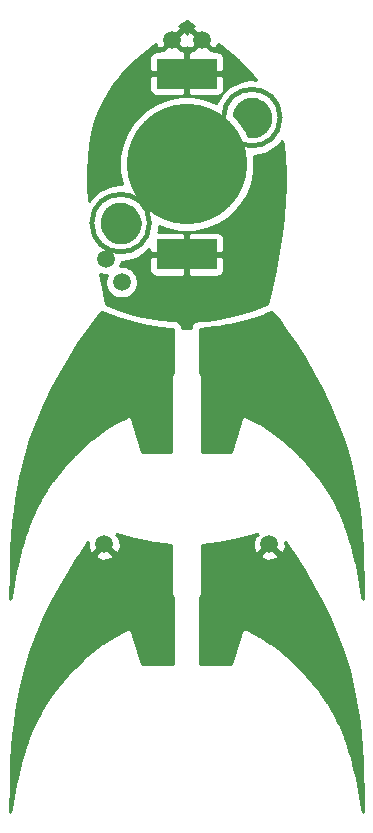
<source format=gbr>
G04 #@! TF.GenerationSoftware,KiCad,Pcbnew,(5.0.0-rc2-198-gb8bbb15aa)*
G04 #@! TF.CreationDate,2018-07-05T00:48:06-05:00*
G04 #@! TF.ProjectId,rocket,726F636B65742E6B696361645F706362,rev?*
G04 #@! TF.SameCoordinates,Original*
G04 #@! TF.FileFunction,Copper,L2,Bot,Signal*
G04 #@! TF.FilePolarity,Positive*
%FSLAX46Y46*%
G04 Gerber Fmt 4.6, Leading zero omitted, Abs format (unit mm)*
G04 Created by KiCad (PCBNEW (5.0.0-rc2-198-gb8bbb15aa)) date 07/05/18 00:48:06*
%MOMM*%
%LPD*%
G01*
G04 APERTURE LIST*
%ADD10C,0.400000*%
G04 #@! TA.AperFunction,Conductor*
%ADD11C,0.100000*%
G04 #@! TD*
G04 #@! TA.AperFunction,ComponentPad*
%ADD12C,1.506220*%
G04 #@! TD*
G04 #@! TA.AperFunction,Conductor*
%ADD13C,0.100000*%
G04 #@! TD*
G04 #@! TA.AperFunction,SMDPad,CuDef*
%ADD14R,5.100000X2.500000*%
G04 #@! TD*
G04 #@! TA.AperFunction,BGAPad,CuDef*
%ADD15C,10.200000*%
G04 #@! TD*
G04 #@! TA.AperFunction,ViaPad*
%ADD16C,0.800000*%
G04 #@! TD*
G04 #@! TA.AperFunction,Conductor*
%ADD17C,0.400000*%
G04 #@! TD*
G04 #@! TA.AperFunction,Conductor*
%ADD18C,0.250000*%
G04 #@! TD*
G04 #@! TA.AperFunction,Conductor*
%ADD19C,0.254000*%
G04 #@! TD*
G04 APERTURE END LIST*
D10*
X7913846Y-9070000D02*
G75*
G03X7913846Y-9070000I-2393846J0D01*
G01*
X-3151783Y-18000000D02*
G75*
G03X-3151783Y-18000000I-2438217J0D01*
G01*
D11*
G04 #@! TO.N,GND*
G04 #@! TO.C,REF\002A\002A*
X6127000Y-8250000D03*
G04 #@! TD*
G04 #@! TO.N,GND*
G04 #@! TO.C,REF\002A\002A*
X-6000000Y-18250000D03*
G04 #@! TD*
D12*
G04 #@! TO.P,REF\002A\002A,1*
G04 #@! TO.N,Net-(R1-PadP$1)*
X-2750000Y-36000000D03*
G04 #@! TD*
D13*
G04 #@! TO.N,Net-(D1-Pad1)*
G04 #@! TO.C,REF\002A\002A*
G36*
X3163464Y-35248703D02*
X3200017Y-35254125D01*
X3235863Y-35263104D01*
X3270656Y-35275554D01*
X3304062Y-35291353D01*
X3335758Y-35310351D01*
X3365439Y-35332364D01*
X3392820Y-35357180D01*
X3417636Y-35384561D01*
X3439649Y-35414242D01*
X3458647Y-35445938D01*
X3474446Y-35479344D01*
X3486896Y-35514137D01*
X3495875Y-35549983D01*
X3501297Y-35586536D01*
X3503110Y-35623445D01*
X3503110Y-36376555D01*
X3501297Y-36413464D01*
X3495875Y-36450017D01*
X3486896Y-36485863D01*
X3474446Y-36520656D01*
X3458647Y-36554062D01*
X3439649Y-36585758D01*
X3417636Y-36615439D01*
X3392820Y-36642820D01*
X3365439Y-36667636D01*
X3335758Y-36689649D01*
X3304062Y-36708647D01*
X3270656Y-36724446D01*
X3235863Y-36736896D01*
X3200017Y-36745875D01*
X3163464Y-36751297D01*
X3126555Y-36753110D01*
X2373445Y-36753110D01*
X2336536Y-36751297D01*
X2299983Y-36745875D01*
X2264137Y-36736896D01*
X2229344Y-36724446D01*
X2195938Y-36708647D01*
X2164242Y-36689649D01*
X2134561Y-36667636D01*
X2107180Y-36642820D01*
X2082364Y-36615439D01*
X2060351Y-36585758D01*
X2041353Y-36554062D01*
X2025554Y-36520656D01*
X2013104Y-36485863D01*
X2004125Y-36450017D01*
X1998703Y-36413464D01*
X1996890Y-36376555D01*
X1996890Y-35623445D01*
X1998703Y-35586536D01*
X2004125Y-35549983D01*
X2013104Y-35514137D01*
X2025554Y-35479344D01*
X2041353Y-35445938D01*
X2060351Y-35414242D01*
X2082364Y-35384561D01*
X2107180Y-35357180D01*
X2134561Y-35332364D01*
X2164242Y-35310351D01*
X2195938Y-35291353D01*
X2229344Y-35275554D01*
X2264137Y-35263104D01*
X2299983Y-35254125D01*
X2336536Y-35248703D01*
X2373445Y-35246890D01*
X3126555Y-35246890D01*
X3163464Y-35248703D01*
X3163464Y-35248703D01*
G37*
D12*
G04 #@! TD*
G04 #@! TO.P,REF\002A\002A,1*
G04 #@! TO.N,Net-(D1-Pad1)*
X2750000Y-36000000D03*
G04 #@! TO.P,REF\002A\002A,1*
G04 #@! TO.N,Net-(R1-PadP$1)*
X-5500000Y-23000000D03*
G04 #@! TD*
G04 #@! TO.P,REF\002A\002A,1*
G04 #@! TO.N,VCC*
X-6850000Y-21000000D03*
G04 #@! TD*
G04 #@! TO.P,REF\002A\002A,1*
G04 #@! TO.N,Net-(D1-Pad1)*
X6985000Y-45178000D03*
G04 #@! TD*
G04 #@! TO.P,REF\002A\002A,1*
G04 #@! TO.N,Net-(D1-Pad1)*
X-6985000Y-45178000D03*
G04 #@! TD*
G04 #@! TO.P,REF\002A\002A,1*
G04 #@! TO.N,GND*
X1270000Y-2540000D03*
G04 #@! TD*
D14*
G04 #@! TO.P,REF\002A\002A,2*
G04 #@! TO.N,GND*
X0Y-5350000D03*
X0Y-20650000D03*
D15*
G04 #@! TO.P,REF\002A\002A,1*
G04 #@! TO.N,VCC*
X0Y-13000000D03*
G04 #@! TD*
D12*
G04 #@! TO.P,REF\002A\002A,1*
G04 #@! TO.N,GND*
X-1270000Y-2540000D03*
G04 #@! TD*
D16*
G04 #@! TO.N,Net-(R1-PadP$1)*
X-6500000Y-26500000D03*
X-6000000Y-28000000D03*
X-5500000Y-29500000D03*
X-5000000Y-31000000D03*
X-4500000Y-32500000D03*
G04 #@! TO.N,Net-(D1-Pad1)*
X5500000Y-29500000D03*
X5017751Y-31000000D03*
X4517751Y-32500000D03*
X6500000Y-26531082D03*
X6000000Y-28031082D03*
G04 #@! TD*
D17*
G04 #@! TO.N,GND*
X-2023109Y-3293109D02*
X-2633109Y-3293109D01*
X-1270000Y-2540000D02*
X-2023109Y-3293109D01*
X516891Y-3293109D02*
X1270000Y-2540000D01*
X-1270000Y-2540000D02*
X-516891Y-3293109D01*
X-516891Y-3293109D02*
X516891Y-3293109D01*
X2023109Y-3293109D02*
X2993109Y-3293109D01*
X1270000Y-2540000D02*
X2023109Y-3293109D01*
D18*
G04 #@! TO.N,VCC*
X-6850000Y-21000000D02*
X-6540000Y-20280000D01*
G04 #@! TD*
D19*
G04 #@! TO.N,Net-(D1-Pad1)*
G36*
X6011227Y-44383834D02*
X5769965Y-44452207D01*
X5584704Y-44972428D01*
X5612627Y-45523946D01*
X5769965Y-45903793D01*
X6011228Y-45972166D01*
X6805395Y-45178000D01*
X6791252Y-45163858D01*
X6970858Y-44984252D01*
X6985000Y-44998395D01*
X6999142Y-44984252D01*
X7178748Y-45163858D01*
X7164605Y-45178000D01*
X7958772Y-45972166D01*
X8200035Y-45903793D01*
X8385296Y-45383572D01*
X8365849Y-44999463D01*
X8452692Y-45115123D01*
X9158340Y-46158846D01*
X9895124Y-47342401D01*
X10638374Y-48628718D01*
X11363258Y-49984475D01*
X12047369Y-51385957D01*
X12673368Y-52824800D01*
X13229824Y-54309653D01*
X13710245Y-55863904D01*
X14111476Y-57521791D01*
X14432686Y-59326376D01*
X14562530Y-60292954D01*
X14672572Y-61314300D01*
X14762540Y-62393212D01*
X14832488Y-63534431D01*
X14882464Y-64742054D01*
X14912528Y-66019898D01*
X14922707Y-67370457D01*
X14919578Y-67830997D01*
X14886940Y-67622088D01*
X14887009Y-67619145D01*
X14881967Y-67590258D01*
X14877451Y-67561353D01*
X14876440Y-67558595D01*
X14699054Y-66542331D01*
X14699065Y-66539001D01*
X14693528Y-66510674D01*
X14688553Y-66482170D01*
X14687348Y-66479057D01*
X14504332Y-65542706D01*
X14504259Y-65538948D01*
X14498158Y-65511117D01*
X14492697Y-65483178D01*
X14491271Y-65479704D01*
X14302849Y-64620193D01*
X14302660Y-64615987D01*
X14295950Y-64588722D01*
X14289956Y-64561379D01*
X14288275Y-64557533D01*
X14094693Y-63770931D01*
X14094352Y-63766282D01*
X14087012Y-63739719D01*
X14080417Y-63712921D01*
X14078439Y-63708693D01*
X13879963Y-62990426D01*
X13879429Y-62985329D01*
X13871393Y-62959414D01*
X13864172Y-62933281D01*
X13861871Y-62928706D01*
X13658743Y-62273627D01*
X13657979Y-62268125D01*
X13649219Y-62242912D01*
X13641313Y-62217415D01*
X13638664Y-62212532D01*
X13430134Y-61612331D01*
X13428428Y-61603565D01*
X13419582Y-61581958D01*
X13411925Y-61559920D01*
X13407408Y-61552224D01*
X12956545Y-60450986D01*
X12953172Y-60438767D01*
X12944370Y-60421251D01*
X12936944Y-60403112D01*
X12929946Y-60392545D01*
X12457604Y-59452543D01*
X12453417Y-59440878D01*
X12443174Y-59423827D01*
X12434248Y-59406063D01*
X12426634Y-59396292D01*
X11933902Y-58576049D01*
X11929536Y-58566030D01*
X11917355Y-58548503D01*
X11906364Y-58530206D01*
X11899017Y-58522116D01*
X11382038Y-57778227D01*
X11376052Y-57766964D01*
X11363699Y-57751838D01*
X11352558Y-57735808D01*
X11343379Y-57726959D01*
X10189939Y-56314676D01*
X10184095Y-56305266D01*
X10169596Y-56289767D01*
X10156193Y-56273357D01*
X10147661Y-56266321D01*
X9524227Y-55599919D01*
X9519541Y-55593152D01*
X9502239Y-55576415D01*
X9485835Y-55558881D01*
X9479163Y-55554094D01*
X8801760Y-54898833D01*
X8795730Y-54891143D01*
X8778648Y-54876477D01*
X8762484Y-54860841D01*
X8754278Y-54855553D01*
X8008622Y-54215346D01*
X8000952Y-54206852D01*
X7984233Y-54194405D01*
X7968432Y-54180839D01*
X7958469Y-54175226D01*
X7133748Y-53561258D01*
X7124480Y-53552472D01*
X7107956Y-53542057D01*
X7092313Y-53530412D01*
X7080796Y-53524939D01*
X6168259Y-52949796D01*
X6157932Y-52941477D01*
X6141076Y-52932664D01*
X6124987Y-52922523D01*
X6112608Y-52917778D01*
X5091057Y-52383636D01*
X5035252Y-52353718D01*
X5000881Y-52350290D01*
X4967734Y-52340563D01*
X4936779Y-52343896D01*
X4905805Y-52340807D01*
X4872739Y-52350793D01*
X4838394Y-52354491D01*
X4811074Y-52369415D01*
X4781271Y-52378415D01*
X4754541Y-52400297D01*
X4724229Y-52416855D01*
X4704700Y-52441098D01*
X4680610Y-52460818D01*
X4664288Y-52491263D01*
X4642619Y-52518162D01*
X4624797Y-52578897D01*
X3778144Y-55357534D01*
X1127000Y-55357534D01*
X1127000Y-49642678D01*
X1127589Y-49642561D01*
X1235754Y-49570288D01*
X1308027Y-49462123D01*
X1333406Y-49334534D01*
X1327000Y-49302329D01*
X1327000Y-46151772D01*
X6190834Y-46151772D01*
X6259207Y-46393035D01*
X6779428Y-46578296D01*
X7330946Y-46550373D01*
X7710793Y-46393035D01*
X7779166Y-46151772D01*
X6985000Y-45357605D01*
X6190834Y-46151772D01*
X1327000Y-46151772D01*
X1327000Y-45245041D01*
X2649260Y-45110706D01*
X2659123Y-45109232D01*
X2669058Y-45108082D01*
X2679168Y-45106263D01*
X4334693Y-44781436D01*
X4344655Y-44778989D01*
X4354717Y-44776850D01*
X4364611Y-44774087D01*
X5935991Y-44308598D01*
X6011227Y-44383834D01*
X6011227Y-44383834D01*
G37*
X6011227Y-44383834D02*
X5769965Y-44452207D01*
X5584704Y-44972428D01*
X5612627Y-45523946D01*
X5769965Y-45903793D01*
X6011228Y-45972166D01*
X6805395Y-45178000D01*
X6791252Y-45163858D01*
X6970858Y-44984252D01*
X6985000Y-44998395D01*
X6999142Y-44984252D01*
X7178748Y-45163858D01*
X7164605Y-45178000D01*
X7958772Y-45972166D01*
X8200035Y-45903793D01*
X8385296Y-45383572D01*
X8365849Y-44999463D01*
X8452692Y-45115123D01*
X9158340Y-46158846D01*
X9895124Y-47342401D01*
X10638374Y-48628718D01*
X11363258Y-49984475D01*
X12047369Y-51385957D01*
X12673368Y-52824800D01*
X13229824Y-54309653D01*
X13710245Y-55863904D01*
X14111476Y-57521791D01*
X14432686Y-59326376D01*
X14562530Y-60292954D01*
X14672572Y-61314300D01*
X14762540Y-62393212D01*
X14832488Y-63534431D01*
X14882464Y-64742054D01*
X14912528Y-66019898D01*
X14922707Y-67370457D01*
X14919578Y-67830997D01*
X14886940Y-67622088D01*
X14887009Y-67619145D01*
X14881967Y-67590258D01*
X14877451Y-67561353D01*
X14876440Y-67558595D01*
X14699054Y-66542331D01*
X14699065Y-66539001D01*
X14693528Y-66510674D01*
X14688553Y-66482170D01*
X14687348Y-66479057D01*
X14504332Y-65542706D01*
X14504259Y-65538948D01*
X14498158Y-65511117D01*
X14492697Y-65483178D01*
X14491271Y-65479704D01*
X14302849Y-64620193D01*
X14302660Y-64615987D01*
X14295950Y-64588722D01*
X14289956Y-64561379D01*
X14288275Y-64557533D01*
X14094693Y-63770931D01*
X14094352Y-63766282D01*
X14087012Y-63739719D01*
X14080417Y-63712921D01*
X14078439Y-63708693D01*
X13879963Y-62990426D01*
X13879429Y-62985329D01*
X13871393Y-62959414D01*
X13864172Y-62933281D01*
X13861871Y-62928706D01*
X13658743Y-62273627D01*
X13657979Y-62268125D01*
X13649219Y-62242912D01*
X13641313Y-62217415D01*
X13638664Y-62212532D01*
X13430134Y-61612331D01*
X13428428Y-61603565D01*
X13419582Y-61581958D01*
X13411925Y-61559920D01*
X13407408Y-61552224D01*
X12956545Y-60450986D01*
X12953172Y-60438767D01*
X12944370Y-60421251D01*
X12936944Y-60403112D01*
X12929946Y-60392545D01*
X12457604Y-59452543D01*
X12453417Y-59440878D01*
X12443174Y-59423827D01*
X12434248Y-59406063D01*
X12426634Y-59396292D01*
X11933902Y-58576049D01*
X11929536Y-58566030D01*
X11917355Y-58548503D01*
X11906364Y-58530206D01*
X11899017Y-58522116D01*
X11382038Y-57778227D01*
X11376052Y-57766964D01*
X11363699Y-57751838D01*
X11352558Y-57735808D01*
X11343379Y-57726959D01*
X10189939Y-56314676D01*
X10184095Y-56305266D01*
X10169596Y-56289767D01*
X10156193Y-56273357D01*
X10147661Y-56266321D01*
X9524227Y-55599919D01*
X9519541Y-55593152D01*
X9502239Y-55576415D01*
X9485835Y-55558881D01*
X9479163Y-55554094D01*
X8801760Y-54898833D01*
X8795730Y-54891143D01*
X8778648Y-54876477D01*
X8762484Y-54860841D01*
X8754278Y-54855553D01*
X8008622Y-54215346D01*
X8000952Y-54206852D01*
X7984233Y-54194405D01*
X7968432Y-54180839D01*
X7958469Y-54175226D01*
X7133748Y-53561258D01*
X7124480Y-53552472D01*
X7107956Y-53542057D01*
X7092313Y-53530412D01*
X7080796Y-53524939D01*
X6168259Y-52949796D01*
X6157932Y-52941477D01*
X6141076Y-52932664D01*
X6124987Y-52922523D01*
X6112608Y-52917778D01*
X5091057Y-52383636D01*
X5035252Y-52353718D01*
X5000881Y-52350290D01*
X4967734Y-52340563D01*
X4936779Y-52343896D01*
X4905805Y-52340807D01*
X4872739Y-52350793D01*
X4838394Y-52354491D01*
X4811074Y-52369415D01*
X4781271Y-52378415D01*
X4754541Y-52400297D01*
X4724229Y-52416855D01*
X4704700Y-52441098D01*
X4680610Y-52460818D01*
X4664288Y-52491263D01*
X4642619Y-52518162D01*
X4624797Y-52578897D01*
X3778144Y-55357534D01*
X1127000Y-55357534D01*
X1127000Y-49642678D01*
X1127589Y-49642561D01*
X1235754Y-49570288D01*
X1308027Y-49462123D01*
X1333406Y-49334534D01*
X1327000Y-49302329D01*
X1327000Y-46151772D01*
X6190834Y-46151772D01*
X6259207Y-46393035D01*
X6779428Y-46578296D01*
X7330946Y-46550373D01*
X7710793Y-46393035D01*
X7779166Y-46151772D01*
X6985000Y-45357605D01*
X6190834Y-46151772D01*
X1327000Y-46151772D01*
X1327000Y-45245041D01*
X2649260Y-45110706D01*
X2659123Y-45109232D01*
X2669058Y-45108082D01*
X2679168Y-45106263D01*
X4334693Y-44781436D01*
X4344655Y-44778989D01*
X4354717Y-44776850D01*
X4364611Y-44774087D01*
X5935991Y-44308598D01*
X6011227Y-44383834D01*
G36*
X-4426503Y-44758713D02*
X-4416551Y-44761195D01*
X-4406652Y-44763996D01*
X-4396612Y-44766167D01*
X-2742233Y-45096783D01*
X-2732077Y-45098319D01*
X-2721971Y-45100174D01*
X-2711776Y-45101389D01*
X-2711772Y-45101390D01*
X-2711770Y-45101390D01*
X-1326999Y-45244523D01*
X-1327000Y-49302329D01*
X-1333406Y-49334534D01*
X-1308027Y-49462123D01*
X-1280844Y-49502805D01*
X-1235754Y-49570288D01*
X-1127589Y-49642561D01*
X-1127000Y-49642678D01*
X-1127000Y-55357534D01*
X-3778144Y-55357534D01*
X-4624771Y-52578984D01*
X-4642619Y-52518162D01*
X-4664291Y-52491259D01*
X-4680611Y-52460818D01*
X-4704698Y-52441100D01*
X-4724229Y-52416855D01*
X-4754544Y-52400295D01*
X-4781272Y-52378415D01*
X-4811073Y-52369415D01*
X-4838394Y-52354491D01*
X-4872741Y-52350792D01*
X-4905806Y-52340807D01*
X-4936780Y-52343896D01*
X-4967735Y-52340563D01*
X-5000882Y-52350290D01*
X-5035252Y-52353718D01*
X-5091020Y-52383616D01*
X-6112597Y-52917773D01*
X-6124988Y-52922523D01*
X-6141091Y-52932672D01*
X-6157932Y-52941478D01*
X-6168250Y-52949790D01*
X-7080783Y-53524933D01*
X-7092314Y-53530412D01*
X-7107976Y-53542071D01*
X-7124479Y-53552473D01*
X-7133736Y-53561249D01*
X-7958461Y-54175220D01*
X-7968433Y-54180839D01*
X-7984249Y-54194418D01*
X-8000952Y-54206853D01*
X-8008615Y-54215339D01*
X-8754275Y-54855551D01*
X-8762485Y-54860842D01*
X-8778657Y-54876485D01*
X-8795730Y-54891144D01*
X-8801757Y-54898831D01*
X-9479155Y-55554087D01*
X-9485837Y-55558881D01*
X-9502269Y-55576445D01*
X-9519541Y-55593153D01*
X-9524219Y-55599909D01*
X-10147651Y-56266311D01*
X-10156195Y-56273357D01*
X-10169617Y-56289791D01*
X-10184095Y-56305267D01*
X-10189930Y-56314663D01*
X-11343372Y-57726952D01*
X-11352559Y-57735808D01*
X-11363710Y-57751853D01*
X-11376052Y-57766965D01*
X-11382033Y-57778218D01*
X-11899011Y-58522108D01*
X-11906365Y-58530206D01*
X-11917366Y-58548520D01*
X-11929536Y-58566031D01*
X-11933898Y-58576041D01*
X-12426628Y-59396284D01*
X-12434249Y-59406063D01*
X-12443183Y-59423843D01*
X-12453417Y-59440879D01*
X-12457600Y-59452534D01*
X-12929941Y-60392535D01*
X-12936945Y-60403112D01*
X-12944378Y-60421267D01*
X-12953172Y-60438768D01*
X-12956542Y-60450977D01*
X-13407407Y-61552222D01*
X-13411925Y-61559920D01*
X-13419584Y-61581964D01*
X-13428428Y-61603566D01*
X-13430134Y-61612330D01*
X-13638663Y-62212530D01*
X-13641313Y-62217415D01*
X-13649222Y-62242920D01*
X-13657979Y-62268126D01*
X-13658743Y-62273627D01*
X-13861870Y-62928704D01*
X-13864172Y-62933281D01*
X-13871396Y-62959423D01*
X-13879429Y-62985330D01*
X-13879963Y-62990426D01*
X-14078440Y-63708698D01*
X-14080416Y-63712921D01*
X-14087003Y-63739686D01*
X-14094352Y-63766282D01*
X-14094694Y-63770937D01*
X-14288271Y-64557524D01*
X-14289956Y-64561378D01*
X-14295962Y-64588776D01*
X-14302659Y-64615988D01*
X-14302848Y-64620186D01*
X-14491272Y-65479704D01*
X-14492697Y-65483178D01*
X-14498158Y-65511116D01*
X-14504259Y-65538948D01*
X-14504332Y-65542706D01*
X-14687348Y-66479056D01*
X-14688553Y-66482170D01*
X-14693530Y-66510683D01*
X-14699065Y-66539002D01*
X-14699054Y-66542331D01*
X-14876440Y-67558594D01*
X-14877451Y-67561353D01*
X-14881968Y-67590267D01*
X-14887009Y-67619146D01*
X-14886940Y-67622088D01*
X-14919578Y-67830997D01*
X-14922707Y-67370456D01*
X-14912528Y-66019898D01*
X-14882464Y-64742054D01*
X-14832488Y-63534431D01*
X-14762539Y-62393206D01*
X-14672572Y-61314300D01*
X-14562530Y-60292950D01*
X-14432683Y-59326354D01*
X-14111473Y-57521773D01*
X-13710243Y-55863896D01*
X-13229817Y-54309634D01*
X-12673362Y-52824786D01*
X-12047354Y-51385922D01*
X-11363237Y-49984434D01*
X-10638355Y-48628684D01*
X-9895104Y-47342367D01*
X-9158314Y-46158805D01*
X-9153560Y-46151772D01*
X-7779166Y-46151772D01*
X-7710793Y-46393035D01*
X-7190572Y-46578296D01*
X-6639054Y-46550373D01*
X-6259207Y-46393035D01*
X-6190834Y-46151772D01*
X-6985000Y-45357605D01*
X-7779166Y-46151772D01*
X-9153560Y-46151772D01*
X-8452677Y-45115102D01*
X-8382785Y-45022018D01*
X-8357373Y-45523946D01*
X-8200035Y-45903793D01*
X-7958772Y-45972166D01*
X-7164605Y-45178000D01*
X-7178748Y-45163858D01*
X-6999142Y-44984252D01*
X-6985000Y-44998395D01*
X-6970858Y-44984252D01*
X-6791252Y-45163858D01*
X-6805395Y-45178000D01*
X-6011228Y-45972166D01*
X-5769965Y-45903793D01*
X-5584704Y-45383572D01*
X-5612627Y-44832054D01*
X-5769965Y-44452207D01*
X-6011227Y-44383834D01*
X-5933846Y-44306454D01*
X-4426503Y-44758713D01*
X-4426503Y-44758713D01*
G37*
X-4426503Y-44758713D02*
X-4416551Y-44761195D01*
X-4406652Y-44763996D01*
X-4396612Y-44766167D01*
X-2742233Y-45096783D01*
X-2732077Y-45098319D01*
X-2721971Y-45100174D01*
X-2711776Y-45101389D01*
X-2711772Y-45101390D01*
X-2711770Y-45101390D01*
X-1326999Y-45244523D01*
X-1327000Y-49302329D01*
X-1333406Y-49334534D01*
X-1308027Y-49462123D01*
X-1280844Y-49502805D01*
X-1235754Y-49570288D01*
X-1127589Y-49642561D01*
X-1127000Y-49642678D01*
X-1127000Y-55357534D01*
X-3778144Y-55357534D01*
X-4624771Y-52578984D01*
X-4642619Y-52518162D01*
X-4664291Y-52491259D01*
X-4680611Y-52460818D01*
X-4704698Y-52441100D01*
X-4724229Y-52416855D01*
X-4754544Y-52400295D01*
X-4781272Y-52378415D01*
X-4811073Y-52369415D01*
X-4838394Y-52354491D01*
X-4872741Y-52350792D01*
X-4905806Y-52340807D01*
X-4936780Y-52343896D01*
X-4967735Y-52340563D01*
X-5000882Y-52350290D01*
X-5035252Y-52353718D01*
X-5091020Y-52383616D01*
X-6112597Y-52917773D01*
X-6124988Y-52922523D01*
X-6141091Y-52932672D01*
X-6157932Y-52941478D01*
X-6168250Y-52949790D01*
X-7080783Y-53524933D01*
X-7092314Y-53530412D01*
X-7107976Y-53542071D01*
X-7124479Y-53552473D01*
X-7133736Y-53561249D01*
X-7958461Y-54175220D01*
X-7968433Y-54180839D01*
X-7984249Y-54194418D01*
X-8000952Y-54206853D01*
X-8008615Y-54215339D01*
X-8754275Y-54855551D01*
X-8762485Y-54860842D01*
X-8778657Y-54876485D01*
X-8795730Y-54891144D01*
X-8801757Y-54898831D01*
X-9479155Y-55554087D01*
X-9485837Y-55558881D01*
X-9502269Y-55576445D01*
X-9519541Y-55593153D01*
X-9524219Y-55599909D01*
X-10147651Y-56266311D01*
X-10156195Y-56273357D01*
X-10169617Y-56289791D01*
X-10184095Y-56305267D01*
X-10189930Y-56314663D01*
X-11343372Y-57726952D01*
X-11352559Y-57735808D01*
X-11363710Y-57751853D01*
X-11376052Y-57766965D01*
X-11382033Y-57778218D01*
X-11899011Y-58522108D01*
X-11906365Y-58530206D01*
X-11917366Y-58548520D01*
X-11929536Y-58566031D01*
X-11933898Y-58576041D01*
X-12426628Y-59396284D01*
X-12434249Y-59406063D01*
X-12443183Y-59423843D01*
X-12453417Y-59440879D01*
X-12457600Y-59452534D01*
X-12929941Y-60392535D01*
X-12936945Y-60403112D01*
X-12944378Y-60421267D01*
X-12953172Y-60438768D01*
X-12956542Y-60450977D01*
X-13407407Y-61552222D01*
X-13411925Y-61559920D01*
X-13419584Y-61581964D01*
X-13428428Y-61603566D01*
X-13430134Y-61612330D01*
X-13638663Y-62212530D01*
X-13641313Y-62217415D01*
X-13649222Y-62242920D01*
X-13657979Y-62268126D01*
X-13658743Y-62273627D01*
X-13861870Y-62928704D01*
X-13864172Y-62933281D01*
X-13871396Y-62959423D01*
X-13879429Y-62985330D01*
X-13879963Y-62990426D01*
X-14078440Y-63708698D01*
X-14080416Y-63712921D01*
X-14087003Y-63739686D01*
X-14094352Y-63766282D01*
X-14094694Y-63770937D01*
X-14288271Y-64557524D01*
X-14289956Y-64561378D01*
X-14295962Y-64588776D01*
X-14302659Y-64615988D01*
X-14302848Y-64620186D01*
X-14491272Y-65479704D01*
X-14492697Y-65483178D01*
X-14498158Y-65511116D01*
X-14504259Y-65538948D01*
X-14504332Y-65542706D01*
X-14687348Y-66479056D01*
X-14688553Y-66482170D01*
X-14693530Y-66510683D01*
X-14699065Y-66539002D01*
X-14699054Y-66542331D01*
X-14876440Y-67558594D01*
X-14877451Y-67561353D01*
X-14881968Y-67590267D01*
X-14887009Y-67619146D01*
X-14886940Y-67622088D01*
X-14919578Y-67830997D01*
X-14922707Y-67370456D01*
X-14912528Y-66019898D01*
X-14882464Y-64742054D01*
X-14832488Y-63534431D01*
X-14762539Y-62393206D01*
X-14672572Y-61314300D01*
X-14562530Y-60292950D01*
X-14432683Y-59326354D01*
X-14111473Y-57521773D01*
X-13710243Y-55863896D01*
X-13229817Y-54309634D01*
X-12673362Y-52824786D01*
X-12047354Y-51385922D01*
X-11363237Y-49984434D01*
X-10638355Y-48628684D01*
X-9895104Y-47342367D01*
X-9158314Y-46158805D01*
X-9153560Y-46151772D01*
X-7779166Y-46151772D01*
X-7710793Y-46393035D01*
X-7190572Y-46578296D01*
X-6639054Y-46550373D01*
X-6259207Y-46393035D01*
X-6190834Y-46151772D01*
X-6985000Y-45357605D01*
X-7779166Y-46151772D01*
X-9153560Y-46151772D01*
X-8452677Y-45115102D01*
X-8382785Y-45022018D01*
X-8357373Y-45523946D01*
X-8200035Y-45903793D01*
X-7958772Y-45972166D01*
X-7164605Y-45178000D01*
X-7178748Y-45163858D01*
X-6999142Y-44984252D01*
X-6985000Y-44998395D01*
X-6970858Y-44984252D01*
X-6791252Y-45163858D01*
X-6805395Y-45178000D01*
X-6011228Y-45972166D01*
X-5769965Y-45903793D01*
X-5584704Y-45383572D01*
X-5612627Y-44832054D01*
X-5769965Y-44452207D01*
X-6011227Y-44383834D01*
X-5933846Y-44306454D01*
X-4426503Y-44758713D01*
G04 #@! TO.N,Net-(R1-PadP$1)*
G36*
X-5847167Y-26047917D02*
X-5836108Y-26051759D01*
X-4386108Y-26481759D01*
X-4375808Y-26484350D01*
X-3315808Y-26704350D01*
X-3309681Y-26705466D01*
X-2799681Y-26785466D01*
X-2798280Y-26785677D01*
X-2248280Y-26865677D01*
X-2243158Y-26866317D01*
X-1283158Y-26966317D01*
X-1274700Y-26966913D01*
X-1127000Y-26972383D01*
X-1127000Y-30691856D01*
X-1127589Y-30691973D01*
X-1235754Y-30764246D01*
X-1308027Y-30872411D01*
X-1333406Y-31000000D01*
X-1326999Y-31032210D01*
X-1327000Y-37357534D01*
X-3778144Y-37357534D01*
X-4624771Y-34578984D01*
X-4642619Y-34518162D01*
X-4664291Y-34491259D01*
X-4680611Y-34460818D01*
X-4704698Y-34441100D01*
X-4724229Y-34416855D01*
X-4754544Y-34400295D01*
X-4781272Y-34378415D01*
X-4811073Y-34369415D01*
X-4838394Y-34354491D01*
X-4872741Y-34350792D01*
X-4905806Y-34340807D01*
X-4936780Y-34343896D01*
X-4967735Y-34340563D01*
X-5000882Y-34350290D01*
X-5035252Y-34353718D01*
X-5091020Y-34383616D01*
X-6112597Y-34917773D01*
X-6124988Y-34922523D01*
X-6141091Y-34932672D01*
X-6157932Y-34941478D01*
X-6168250Y-34949790D01*
X-7080783Y-35524933D01*
X-7092314Y-35530412D01*
X-7107976Y-35542071D01*
X-7124479Y-35552473D01*
X-7133736Y-35561249D01*
X-7958461Y-36175220D01*
X-7968433Y-36180839D01*
X-7984249Y-36194418D01*
X-8000952Y-36206853D01*
X-8008615Y-36215339D01*
X-8754275Y-36855551D01*
X-8762485Y-36860842D01*
X-8778657Y-36876485D01*
X-8795730Y-36891144D01*
X-8801757Y-36898831D01*
X-9479155Y-37554087D01*
X-9485837Y-37558881D01*
X-9502269Y-37576445D01*
X-9519541Y-37593153D01*
X-9524219Y-37599909D01*
X-10147651Y-38266311D01*
X-10156195Y-38273357D01*
X-10169617Y-38289791D01*
X-10184095Y-38305267D01*
X-10189930Y-38314663D01*
X-11343372Y-39726952D01*
X-11352559Y-39735808D01*
X-11363710Y-39751853D01*
X-11376052Y-39766965D01*
X-11382033Y-39778218D01*
X-11899011Y-40522108D01*
X-11906365Y-40530206D01*
X-11917366Y-40548520D01*
X-11929536Y-40566031D01*
X-11933898Y-40576041D01*
X-12426628Y-41396284D01*
X-12434249Y-41406063D01*
X-12443183Y-41423843D01*
X-12453417Y-41440879D01*
X-12457600Y-41452534D01*
X-12929941Y-42392535D01*
X-12936945Y-42403112D01*
X-12944378Y-42421267D01*
X-12953172Y-42438768D01*
X-12956542Y-42450977D01*
X-13407407Y-43552222D01*
X-13411925Y-43559920D01*
X-13419584Y-43581964D01*
X-13428428Y-43603566D01*
X-13430134Y-43612330D01*
X-13638663Y-44212530D01*
X-13641313Y-44217415D01*
X-13649222Y-44242920D01*
X-13657979Y-44268126D01*
X-13658743Y-44273627D01*
X-13861870Y-44928704D01*
X-13864172Y-44933281D01*
X-13871396Y-44959423D01*
X-13879429Y-44985330D01*
X-13879963Y-44990426D01*
X-14078440Y-45708698D01*
X-14080416Y-45712921D01*
X-14087003Y-45739686D01*
X-14094352Y-45766282D01*
X-14094694Y-45770937D01*
X-14288271Y-46557524D01*
X-14289956Y-46561378D01*
X-14295962Y-46588776D01*
X-14302659Y-46615988D01*
X-14302848Y-46620186D01*
X-14491272Y-47479704D01*
X-14492697Y-47483178D01*
X-14498158Y-47511116D01*
X-14504259Y-47538948D01*
X-14504332Y-47542706D01*
X-14687348Y-48479056D01*
X-14688553Y-48482170D01*
X-14693530Y-48510683D01*
X-14699065Y-48539002D01*
X-14699054Y-48542331D01*
X-14876440Y-49558594D01*
X-14877451Y-49561353D01*
X-14881968Y-49590267D01*
X-14887009Y-49619146D01*
X-14886940Y-49622088D01*
X-14919578Y-49830997D01*
X-14922707Y-49370456D01*
X-14912528Y-48019898D01*
X-14882464Y-46742054D01*
X-14832488Y-45534431D01*
X-14762539Y-44393206D01*
X-14672572Y-43314300D01*
X-14562530Y-42292950D01*
X-14432683Y-41326354D01*
X-14111473Y-39521773D01*
X-13710243Y-37863896D01*
X-13229817Y-36309634D01*
X-12673362Y-34824786D01*
X-12047354Y-33385922D01*
X-11363237Y-31984434D01*
X-10638355Y-30628684D01*
X-9895104Y-29342367D01*
X-9158314Y-28158805D01*
X-8452677Y-27115102D01*
X-7798504Y-26243857D01*
X-7499942Y-25886142D01*
X-7215494Y-25575084D01*
X-7172903Y-25530301D01*
X-7168672Y-25519315D01*
X-5847167Y-26047917D01*
X-5847167Y-26047917D01*
G37*
X-5847167Y-26047917D02*
X-5836108Y-26051759D01*
X-4386108Y-26481759D01*
X-4375808Y-26484350D01*
X-3315808Y-26704350D01*
X-3309681Y-26705466D01*
X-2799681Y-26785466D01*
X-2798280Y-26785677D01*
X-2248280Y-26865677D01*
X-2243158Y-26866317D01*
X-1283158Y-26966317D01*
X-1274700Y-26966913D01*
X-1127000Y-26972383D01*
X-1127000Y-30691856D01*
X-1127589Y-30691973D01*
X-1235754Y-30764246D01*
X-1308027Y-30872411D01*
X-1333406Y-31000000D01*
X-1326999Y-31032210D01*
X-1327000Y-37357534D01*
X-3778144Y-37357534D01*
X-4624771Y-34578984D01*
X-4642619Y-34518162D01*
X-4664291Y-34491259D01*
X-4680611Y-34460818D01*
X-4704698Y-34441100D01*
X-4724229Y-34416855D01*
X-4754544Y-34400295D01*
X-4781272Y-34378415D01*
X-4811073Y-34369415D01*
X-4838394Y-34354491D01*
X-4872741Y-34350792D01*
X-4905806Y-34340807D01*
X-4936780Y-34343896D01*
X-4967735Y-34340563D01*
X-5000882Y-34350290D01*
X-5035252Y-34353718D01*
X-5091020Y-34383616D01*
X-6112597Y-34917773D01*
X-6124988Y-34922523D01*
X-6141091Y-34932672D01*
X-6157932Y-34941478D01*
X-6168250Y-34949790D01*
X-7080783Y-35524933D01*
X-7092314Y-35530412D01*
X-7107976Y-35542071D01*
X-7124479Y-35552473D01*
X-7133736Y-35561249D01*
X-7958461Y-36175220D01*
X-7968433Y-36180839D01*
X-7984249Y-36194418D01*
X-8000952Y-36206853D01*
X-8008615Y-36215339D01*
X-8754275Y-36855551D01*
X-8762485Y-36860842D01*
X-8778657Y-36876485D01*
X-8795730Y-36891144D01*
X-8801757Y-36898831D01*
X-9479155Y-37554087D01*
X-9485837Y-37558881D01*
X-9502269Y-37576445D01*
X-9519541Y-37593153D01*
X-9524219Y-37599909D01*
X-10147651Y-38266311D01*
X-10156195Y-38273357D01*
X-10169617Y-38289791D01*
X-10184095Y-38305267D01*
X-10189930Y-38314663D01*
X-11343372Y-39726952D01*
X-11352559Y-39735808D01*
X-11363710Y-39751853D01*
X-11376052Y-39766965D01*
X-11382033Y-39778218D01*
X-11899011Y-40522108D01*
X-11906365Y-40530206D01*
X-11917366Y-40548520D01*
X-11929536Y-40566031D01*
X-11933898Y-40576041D01*
X-12426628Y-41396284D01*
X-12434249Y-41406063D01*
X-12443183Y-41423843D01*
X-12453417Y-41440879D01*
X-12457600Y-41452534D01*
X-12929941Y-42392535D01*
X-12936945Y-42403112D01*
X-12944378Y-42421267D01*
X-12953172Y-42438768D01*
X-12956542Y-42450977D01*
X-13407407Y-43552222D01*
X-13411925Y-43559920D01*
X-13419584Y-43581964D01*
X-13428428Y-43603566D01*
X-13430134Y-43612330D01*
X-13638663Y-44212530D01*
X-13641313Y-44217415D01*
X-13649222Y-44242920D01*
X-13657979Y-44268126D01*
X-13658743Y-44273627D01*
X-13861870Y-44928704D01*
X-13864172Y-44933281D01*
X-13871396Y-44959423D01*
X-13879429Y-44985330D01*
X-13879963Y-44990426D01*
X-14078440Y-45708698D01*
X-14080416Y-45712921D01*
X-14087003Y-45739686D01*
X-14094352Y-45766282D01*
X-14094694Y-45770937D01*
X-14288271Y-46557524D01*
X-14289956Y-46561378D01*
X-14295962Y-46588776D01*
X-14302659Y-46615988D01*
X-14302848Y-46620186D01*
X-14491272Y-47479704D01*
X-14492697Y-47483178D01*
X-14498158Y-47511116D01*
X-14504259Y-47538948D01*
X-14504332Y-47542706D01*
X-14687348Y-48479056D01*
X-14688553Y-48482170D01*
X-14693530Y-48510683D01*
X-14699065Y-48539002D01*
X-14699054Y-48542331D01*
X-14876440Y-49558594D01*
X-14877451Y-49561353D01*
X-14881968Y-49590267D01*
X-14887009Y-49619146D01*
X-14886940Y-49622088D01*
X-14919578Y-49830997D01*
X-14922707Y-49370456D01*
X-14912528Y-48019898D01*
X-14882464Y-46742054D01*
X-14832488Y-45534431D01*
X-14762539Y-44393206D01*
X-14672572Y-43314300D01*
X-14562530Y-42292950D01*
X-14432683Y-41326354D01*
X-14111473Y-39521773D01*
X-13710243Y-37863896D01*
X-13229817Y-36309634D01*
X-12673362Y-34824786D01*
X-12047354Y-33385922D01*
X-11363237Y-31984434D01*
X-10638355Y-30628684D01*
X-9895104Y-29342367D01*
X-9158314Y-28158805D01*
X-8452677Y-27115102D01*
X-7798504Y-26243857D01*
X-7499942Y-25886142D01*
X-7215494Y-25575084D01*
X-7172903Y-25530301D01*
X-7168672Y-25519315D01*
X-5847167Y-26047917D01*
G04 #@! TO.N,GND*
G36*
X8159481Y-11351973D02*
X8281008Y-12441096D01*
X8338479Y-13601586D01*
X8333026Y-14832115D01*
X8266565Y-16130233D01*
X8141662Y-17492842D01*
X7961414Y-18916200D01*
X7729251Y-20396448D01*
X7448844Y-21929448D01*
X7124003Y-23510789D01*
X6828660Y-24822705D01*
X6330651Y-25036137D01*
X5410950Y-25365293D01*
X4516357Y-25644252D01*
X3463387Y-25885759D01*
X2776345Y-26011555D01*
X2333930Y-26078880D01*
X1639051Y-26165739D01*
X945954Y-26214549D01*
X750057Y-26260728D01*
X546644Y-26396644D01*
X410728Y-26600057D01*
X363000Y-26840000D01*
X363000Y-26843000D01*
X-374258Y-26843000D01*
X-412244Y-26631662D01*
X-540538Y-26423357D01*
X-738782Y-26280005D01*
X-976794Y-26223430D01*
X-1225857Y-26214205D01*
X-2152362Y-26117695D01*
X-2686270Y-26040035D01*
X-3177649Y-25962956D01*
X-4196887Y-25751416D01*
X-5594003Y-25337099D01*
X-6823580Y-24845268D01*
X-7123993Y-23510837D01*
X-7377822Y-22275189D01*
X-7252563Y-22327073D01*
X-6985929Y-22380110D01*
X-6737054Y-22380110D01*
X-6827073Y-22597437D01*
X-6880110Y-22864071D01*
X-6880110Y-23135929D01*
X-6827073Y-23402563D01*
X-6723038Y-23653727D01*
X-6572002Y-23879769D01*
X-6379769Y-24072002D01*
X-6153727Y-24223038D01*
X-5902563Y-24327073D01*
X-5635929Y-24380110D01*
X-5364071Y-24380110D01*
X-5097437Y-24327073D01*
X-4846273Y-24223038D01*
X-4620231Y-24072002D01*
X-4427998Y-23879769D01*
X-4276962Y-23653727D01*
X-4172927Y-23402563D01*
X-4119890Y-23135929D01*
X-4119890Y-22864071D01*
X-4172927Y-22597437D01*
X-4276962Y-22346273D01*
X-4427998Y-22120231D01*
X-4620231Y-21927998D01*
X-4846273Y-21776962D01*
X-5097437Y-21672927D01*
X-5364071Y-21619890D01*
X-5612946Y-21619890D01*
X-5522927Y-21402563D01*
X-5498128Y-21277891D01*
X-4929415Y-21218117D01*
X-4316927Y-21028520D01*
X-4145353Y-20935750D01*
X-3185000Y-20935750D01*
X-3185000Y-21962542D01*
X-3160597Y-22085223D01*
X-3112730Y-22200785D01*
X-3043237Y-22304789D01*
X-2954789Y-22393237D01*
X-2850785Y-22462730D01*
X-2735223Y-22510597D01*
X-2612542Y-22535000D01*
X-285750Y-22535000D01*
X-127000Y-22376250D01*
X-127000Y-20777000D01*
X127000Y-20777000D01*
X127000Y-22376250D01*
X285750Y-22535000D01*
X2612542Y-22535000D01*
X2735223Y-22510597D01*
X2850785Y-22462730D01*
X2954789Y-22393237D01*
X3043237Y-22304789D01*
X3112730Y-22200785D01*
X3160597Y-22085223D01*
X3185000Y-21962542D01*
X3185000Y-20935750D01*
X3026250Y-20777000D01*
X127000Y-20777000D01*
X-127000Y-20777000D01*
X-3026250Y-20777000D01*
X-3185000Y-20935750D01*
X-4145353Y-20935750D01*
X-3752930Y-20723568D01*
X-3258906Y-20314876D01*
X-3185000Y-20224258D01*
X-3185000Y-20364250D01*
X-3026250Y-20523000D01*
X-127000Y-20523000D01*
X-127000Y-18923750D01*
X127000Y-18923750D01*
X127000Y-20523000D01*
X3026250Y-20523000D01*
X3185000Y-20364250D01*
X3185000Y-19337458D01*
X3160597Y-19214777D01*
X3112730Y-19099215D01*
X3043237Y-18995211D01*
X2954789Y-18906763D01*
X2850785Y-18837270D01*
X2735223Y-18789403D01*
X2612542Y-18765000D01*
X285750Y-18765000D01*
X127000Y-18923750D01*
X-127000Y-18923750D01*
X-285750Y-18765000D01*
X-2405662Y-18765000D01*
X-2367349Y-18638102D01*
X-2327791Y-18234658D01*
X-1670504Y-18506915D01*
X-564060Y-18727000D01*
X564060Y-18727000D01*
X1670504Y-18506915D01*
X2712752Y-18075202D01*
X3650750Y-17448452D01*
X4448452Y-16650750D01*
X5075202Y-15712752D01*
X5506915Y-14670504D01*
X5727000Y-13564060D01*
X5727000Y-12435940D01*
X5698836Y-12294349D01*
X6171663Y-12244653D01*
X6775878Y-12057617D01*
X7332258Y-11756783D01*
X7819609Y-11353611D01*
X8097541Y-11012833D01*
X8159481Y-11351973D01*
X8159481Y-11351973D01*
G37*
X8159481Y-11351973D02*
X8281008Y-12441096D01*
X8338479Y-13601586D01*
X8333026Y-14832115D01*
X8266565Y-16130233D01*
X8141662Y-17492842D01*
X7961414Y-18916200D01*
X7729251Y-20396448D01*
X7448844Y-21929448D01*
X7124003Y-23510789D01*
X6828660Y-24822705D01*
X6330651Y-25036137D01*
X5410950Y-25365293D01*
X4516357Y-25644252D01*
X3463387Y-25885759D01*
X2776345Y-26011555D01*
X2333930Y-26078880D01*
X1639051Y-26165739D01*
X945954Y-26214549D01*
X750057Y-26260728D01*
X546644Y-26396644D01*
X410728Y-26600057D01*
X363000Y-26840000D01*
X363000Y-26843000D01*
X-374258Y-26843000D01*
X-412244Y-26631662D01*
X-540538Y-26423357D01*
X-738782Y-26280005D01*
X-976794Y-26223430D01*
X-1225857Y-26214205D01*
X-2152362Y-26117695D01*
X-2686270Y-26040035D01*
X-3177649Y-25962956D01*
X-4196887Y-25751416D01*
X-5594003Y-25337099D01*
X-6823580Y-24845268D01*
X-7123993Y-23510837D01*
X-7377822Y-22275189D01*
X-7252563Y-22327073D01*
X-6985929Y-22380110D01*
X-6737054Y-22380110D01*
X-6827073Y-22597437D01*
X-6880110Y-22864071D01*
X-6880110Y-23135929D01*
X-6827073Y-23402563D01*
X-6723038Y-23653727D01*
X-6572002Y-23879769D01*
X-6379769Y-24072002D01*
X-6153727Y-24223038D01*
X-5902563Y-24327073D01*
X-5635929Y-24380110D01*
X-5364071Y-24380110D01*
X-5097437Y-24327073D01*
X-4846273Y-24223038D01*
X-4620231Y-24072002D01*
X-4427998Y-23879769D01*
X-4276962Y-23653727D01*
X-4172927Y-23402563D01*
X-4119890Y-23135929D01*
X-4119890Y-22864071D01*
X-4172927Y-22597437D01*
X-4276962Y-22346273D01*
X-4427998Y-22120231D01*
X-4620231Y-21927998D01*
X-4846273Y-21776962D01*
X-5097437Y-21672927D01*
X-5364071Y-21619890D01*
X-5612946Y-21619890D01*
X-5522927Y-21402563D01*
X-5498128Y-21277891D01*
X-4929415Y-21218117D01*
X-4316927Y-21028520D01*
X-4145353Y-20935750D01*
X-3185000Y-20935750D01*
X-3185000Y-21962542D01*
X-3160597Y-22085223D01*
X-3112730Y-22200785D01*
X-3043237Y-22304789D01*
X-2954789Y-22393237D01*
X-2850785Y-22462730D01*
X-2735223Y-22510597D01*
X-2612542Y-22535000D01*
X-285750Y-22535000D01*
X-127000Y-22376250D01*
X-127000Y-20777000D01*
X127000Y-20777000D01*
X127000Y-22376250D01*
X285750Y-22535000D01*
X2612542Y-22535000D01*
X2735223Y-22510597D01*
X2850785Y-22462730D01*
X2954789Y-22393237D01*
X3043237Y-22304789D01*
X3112730Y-22200785D01*
X3160597Y-22085223D01*
X3185000Y-21962542D01*
X3185000Y-20935750D01*
X3026250Y-20777000D01*
X127000Y-20777000D01*
X-127000Y-20777000D01*
X-3026250Y-20777000D01*
X-3185000Y-20935750D01*
X-4145353Y-20935750D01*
X-3752930Y-20723568D01*
X-3258906Y-20314876D01*
X-3185000Y-20224258D01*
X-3185000Y-20364250D01*
X-3026250Y-20523000D01*
X-127000Y-20523000D01*
X-127000Y-18923750D01*
X127000Y-18923750D01*
X127000Y-20523000D01*
X3026250Y-20523000D01*
X3185000Y-20364250D01*
X3185000Y-19337458D01*
X3160597Y-19214777D01*
X3112730Y-19099215D01*
X3043237Y-18995211D01*
X2954789Y-18906763D01*
X2850785Y-18837270D01*
X2735223Y-18789403D01*
X2612542Y-18765000D01*
X285750Y-18765000D01*
X127000Y-18923750D01*
X-127000Y-18923750D01*
X-285750Y-18765000D01*
X-2405662Y-18765000D01*
X-2367349Y-18638102D01*
X-2327791Y-18234658D01*
X-1670504Y-18506915D01*
X-564060Y-18727000D01*
X564060Y-18727000D01*
X1670504Y-18506915D01*
X2712752Y-18075202D01*
X3650750Y-17448452D01*
X4448452Y-16650750D01*
X5075202Y-15712752D01*
X5506915Y-14670504D01*
X5727000Y-13564060D01*
X5727000Y-12435940D01*
X5698836Y-12294349D01*
X6171663Y-12244653D01*
X6775878Y-12057617D01*
X7332258Y-11756783D01*
X7819609Y-11353611D01*
X8097541Y-11012833D01*
X8159481Y-11351973D01*
G36*
X-5266020Y-16421692D02*
X-4965628Y-16514678D01*
X-4689019Y-16664241D01*
X-4446728Y-16864681D01*
X-4247983Y-17108366D01*
X-4100356Y-17386013D01*
X-4009468Y-17687046D01*
X-3978783Y-18000000D01*
X-3979411Y-18044988D01*
X-4018823Y-18356963D01*
X-4118080Y-18655341D01*
X-4273402Y-18928758D01*
X-4478873Y-19166798D01*
X-4726667Y-19360396D01*
X-5007344Y-19502176D01*
X-5310215Y-19586739D01*
X-5623743Y-19610864D01*
X-5935985Y-19573631D01*
X-6235049Y-19476459D01*
X-6509543Y-19323050D01*
X-6749013Y-19119245D01*
X-6944335Y-18872809D01*
X-7088072Y-18593129D01*
X-7174747Y-18290856D01*
X-7201060Y-17977504D01*
X-7166008Y-17665009D01*
X-7070926Y-17365274D01*
X-6919437Y-17089716D01*
X-6717309Y-16848829D01*
X-6472243Y-16651791D01*
X-6193573Y-16506106D01*
X-5891912Y-16417322D01*
X-5578752Y-16388822D01*
X-5266020Y-16421692D01*
X-5266020Y-16421692D01*
G37*
X-5266020Y-16421692D02*
X-4965628Y-16514678D01*
X-4689019Y-16664241D01*
X-4446728Y-16864681D01*
X-4247983Y-17108366D01*
X-4100356Y-17386013D01*
X-4009468Y-17687046D01*
X-3978783Y-18000000D01*
X-3979411Y-18044988D01*
X-4018823Y-18356963D01*
X-4118080Y-18655341D01*
X-4273402Y-18928758D01*
X-4478873Y-19166798D01*
X-4726667Y-19360396D01*
X-5007344Y-19502176D01*
X-5310215Y-19586739D01*
X-5623743Y-19610864D01*
X-5935985Y-19573631D01*
X-6235049Y-19476459D01*
X-6509543Y-19323050D01*
X-6749013Y-19119245D01*
X-6944335Y-18872809D01*
X-7088072Y-18593129D01*
X-7174747Y-18290856D01*
X-7201060Y-17977504D01*
X-7166008Y-17665009D01*
X-7070926Y-17365274D01*
X-6919437Y-17089716D01*
X-6717309Y-16848829D01*
X-6472243Y-16651791D01*
X-6193573Y-16506106D01*
X-5891912Y-16417322D01*
X-5578752Y-16388822D01*
X-5266020Y-16421692D01*
G36*
X-2622064Y-2882728D02*
X-2529221Y-3139918D01*
X-2468400Y-3253708D01*
X-2229216Y-3319608D01*
X-2345661Y-3436053D01*
X-2316714Y-3465000D01*
X-2612542Y-3465000D01*
X-2735223Y-3489403D01*
X-2850785Y-3537270D01*
X-2954789Y-3606763D01*
X-3043237Y-3695211D01*
X-3112730Y-3799215D01*
X-3160597Y-3914777D01*
X-3185000Y-4037458D01*
X-3185000Y-5064250D01*
X-3026250Y-5223000D01*
X-127000Y-5223000D01*
X-127000Y-3623750D01*
X-254518Y-3496232D01*
X-194339Y-3436053D01*
X-310784Y-3319608D01*
X-71600Y-3253708D01*
X-1806Y-3105056D01*
X10779Y-3139918D01*
X71600Y-3253708D01*
X310784Y-3319608D01*
X194339Y-3436053D01*
X254518Y-3496232D01*
X127000Y-3623750D01*
X127000Y-5223000D01*
X3026250Y-5223000D01*
X3185000Y-5064250D01*
X3185000Y-4037458D01*
X3160597Y-3914777D01*
X3112730Y-3799215D01*
X3043237Y-3695211D01*
X2954789Y-3606763D01*
X2850785Y-3537270D01*
X2735223Y-3489403D01*
X2612542Y-3465000D01*
X2316714Y-3465000D01*
X2345661Y-3436053D01*
X2229216Y-3319608D01*
X2468400Y-3253708D01*
X2584610Y-3006198D01*
X2636339Y-2797185D01*
X2874874Y-2976495D01*
X4317165Y-4204768D01*
X4962884Y-4834761D01*
X5563833Y-5493489D01*
X5855951Y-5860937D01*
X5452129Y-5829865D01*
X4824076Y-5904756D01*
X4222530Y-6100210D01*
X3670405Y-6408782D01*
X3188730Y-6818719D01*
X3053893Y-6988841D01*
X3112730Y-6900785D01*
X3160597Y-6785223D01*
X3185000Y-6662542D01*
X3185000Y-5635750D01*
X3026250Y-5477000D01*
X127000Y-5477000D01*
X127000Y-7076250D01*
X285750Y-7235000D01*
X2612542Y-7235000D01*
X2735223Y-7210597D01*
X2850785Y-7162730D01*
X2954789Y-7093237D01*
X3033671Y-7014355D01*
X2795853Y-7314407D01*
X2522628Y-7846046D01*
X1670504Y-7493085D01*
X564060Y-7273000D01*
X-564060Y-7273000D01*
X-1670504Y-7493085D01*
X-2712752Y-7924798D01*
X-3650750Y-8551548D01*
X-4448452Y-9349250D01*
X-5075202Y-10287248D01*
X-5506915Y-11329496D01*
X-5727000Y-12435940D01*
X-5727000Y-13564060D01*
X-5506915Y-14670504D01*
X-5482662Y-14729057D01*
X-5658800Y-14715504D01*
X-6295452Y-14791420D01*
X-6905233Y-14989550D01*
X-7464918Y-15302347D01*
X-7953187Y-15717897D01*
X-8267380Y-16114309D01*
X-8333026Y-14832115D01*
X-8338479Y-13601586D01*
X-8281008Y-12441095D01*
X-8159481Y-11351974D01*
X-7973590Y-10334169D01*
X-7723801Y-9385804D01*
X-7411182Y-8502937D01*
X-7037162Y-7679613D01*
X-6603357Y-6908656D01*
X-6111536Y-6182431D01*
X-5676928Y-5635750D01*
X-3185000Y-5635750D01*
X-3185000Y-6662542D01*
X-3160597Y-6785223D01*
X-3112730Y-6900785D01*
X-3043237Y-7004789D01*
X-2954789Y-7093237D01*
X-2850785Y-7162730D01*
X-2735223Y-7210597D01*
X-2612542Y-7235000D01*
X-285750Y-7235000D01*
X-127000Y-7076250D01*
X-127000Y-5477000D01*
X-3026250Y-5477000D01*
X-3185000Y-5635750D01*
X-5676928Y-5635750D01*
X-5563809Y-5493461D01*
X-4962870Y-4834747D01*
X-4317152Y-4204756D01*
X-2874857Y-2976482D01*
X-2635136Y-2796281D01*
X-2622064Y-2882728D01*
X-2622064Y-2882728D01*
G37*
X-2622064Y-2882728D02*
X-2529221Y-3139918D01*
X-2468400Y-3253708D01*
X-2229216Y-3319608D01*
X-2345661Y-3436053D01*
X-2316714Y-3465000D01*
X-2612542Y-3465000D01*
X-2735223Y-3489403D01*
X-2850785Y-3537270D01*
X-2954789Y-3606763D01*
X-3043237Y-3695211D01*
X-3112730Y-3799215D01*
X-3160597Y-3914777D01*
X-3185000Y-4037458D01*
X-3185000Y-5064250D01*
X-3026250Y-5223000D01*
X-127000Y-5223000D01*
X-127000Y-3623750D01*
X-254518Y-3496232D01*
X-194339Y-3436053D01*
X-310784Y-3319608D01*
X-71600Y-3253708D01*
X-1806Y-3105056D01*
X10779Y-3139918D01*
X71600Y-3253708D01*
X310784Y-3319608D01*
X194339Y-3436053D01*
X254518Y-3496232D01*
X127000Y-3623750D01*
X127000Y-5223000D01*
X3026250Y-5223000D01*
X3185000Y-5064250D01*
X3185000Y-4037458D01*
X3160597Y-3914777D01*
X3112730Y-3799215D01*
X3043237Y-3695211D01*
X2954789Y-3606763D01*
X2850785Y-3537270D01*
X2735223Y-3489403D01*
X2612542Y-3465000D01*
X2316714Y-3465000D01*
X2345661Y-3436053D01*
X2229216Y-3319608D01*
X2468400Y-3253708D01*
X2584610Y-3006198D01*
X2636339Y-2797185D01*
X2874874Y-2976495D01*
X4317165Y-4204768D01*
X4962884Y-4834761D01*
X5563833Y-5493489D01*
X5855951Y-5860937D01*
X5452129Y-5829865D01*
X4824076Y-5904756D01*
X4222530Y-6100210D01*
X3670405Y-6408782D01*
X3188730Y-6818719D01*
X3053893Y-6988841D01*
X3112730Y-6900785D01*
X3160597Y-6785223D01*
X3185000Y-6662542D01*
X3185000Y-5635750D01*
X3026250Y-5477000D01*
X127000Y-5477000D01*
X127000Y-7076250D01*
X285750Y-7235000D01*
X2612542Y-7235000D01*
X2735223Y-7210597D01*
X2850785Y-7162730D01*
X2954789Y-7093237D01*
X3033671Y-7014355D01*
X2795853Y-7314407D01*
X2522628Y-7846046D01*
X1670504Y-7493085D01*
X564060Y-7273000D01*
X-564060Y-7273000D01*
X-1670504Y-7493085D01*
X-2712752Y-7924798D01*
X-3650750Y-8551548D01*
X-4448452Y-9349250D01*
X-5075202Y-10287248D01*
X-5506915Y-11329496D01*
X-5727000Y-12435940D01*
X-5727000Y-13564060D01*
X-5506915Y-14670504D01*
X-5482662Y-14729057D01*
X-5658800Y-14715504D01*
X-6295452Y-14791420D01*
X-6905233Y-14989550D01*
X-7464918Y-15302347D01*
X-7953187Y-15717897D01*
X-8267380Y-16114309D01*
X-8333026Y-14832115D01*
X-8338479Y-13601586D01*
X-8281008Y-12441095D01*
X-8159481Y-11351974D01*
X-7973590Y-10334169D01*
X-7723801Y-9385804D01*
X-7411182Y-8502937D01*
X-7037162Y-7679613D01*
X-6603357Y-6908656D01*
X-6111536Y-6182431D01*
X-5676928Y-5635750D01*
X-3185000Y-5635750D01*
X-3185000Y-6662542D01*
X-3160597Y-6785223D01*
X-3112730Y-6900785D01*
X-3043237Y-7004789D01*
X-2954789Y-7093237D01*
X-2850785Y-7162730D01*
X-2735223Y-7210597D01*
X-2612542Y-7235000D01*
X-285750Y-7235000D01*
X-127000Y-7076250D01*
X-127000Y-5477000D01*
X-3026250Y-5477000D01*
X-3185000Y-5635750D01*
X-5676928Y-5635750D01*
X-5563809Y-5493461D01*
X-4962870Y-4834747D01*
X-4317152Y-4204756D01*
X-2874857Y-2976482D01*
X-2635136Y-2796281D01*
X-2622064Y-2882728D01*
G36*
X5835058Y-7535156D02*
X6127177Y-7625582D01*
X6396169Y-7771026D01*
X6631788Y-7965947D01*
X6825059Y-8202921D01*
X6968621Y-8472921D01*
X7057006Y-8765665D01*
X7086846Y-9070000D01*
X7086235Y-9113749D01*
X7047909Y-9417132D01*
X6951385Y-9707294D01*
X6800340Y-9973181D01*
X6600528Y-10204666D01*
X6359558Y-10392932D01*
X6086610Y-10530808D01*
X5792080Y-10613042D01*
X5487186Y-10636502D01*
X5205978Y-10602970D01*
X5075202Y-10287248D01*
X4448452Y-9349250D01*
X3972874Y-8873672D01*
X3987393Y-8744234D01*
X4079856Y-8452754D01*
X4227174Y-8184784D01*
X4423735Y-7950531D01*
X4662053Y-7758919D01*
X4933049Y-7617246D01*
X5226402Y-7530907D01*
X5530939Y-7503192D01*
X5835058Y-7535156D01*
X5835058Y-7535156D01*
G37*
X5835058Y-7535156D02*
X6127177Y-7625582D01*
X6396169Y-7771026D01*
X6631788Y-7965947D01*
X6825059Y-8202921D01*
X6968621Y-8472921D01*
X7057006Y-8765665D01*
X7086846Y-9070000D01*
X7086235Y-9113749D01*
X7047909Y-9417132D01*
X6951385Y-9707294D01*
X6800340Y-9973181D01*
X6600528Y-10204666D01*
X6359558Y-10392932D01*
X6086610Y-10530808D01*
X5792080Y-10613042D01*
X5487186Y-10636502D01*
X5205978Y-10602970D01*
X5075202Y-10287248D01*
X4448452Y-9349250D01*
X3972874Y-8873672D01*
X3987393Y-8744234D01*
X4079856Y-8452754D01*
X4227174Y-8184784D01*
X4423735Y-7950531D01*
X4662053Y-7758919D01*
X4933049Y-7617246D01*
X5226402Y-7530907D01*
X5530939Y-7503192D01*
X5835058Y-7535156D01*
G36*
X611289Y-1312204D02*
X556292Y-1341600D01*
X490391Y-1580786D01*
X1270000Y-2360395D01*
X1284143Y-2346253D01*
X1463748Y-2525858D01*
X1449605Y-2540000D01*
X1463748Y-2554143D01*
X1284143Y-2733748D01*
X1270000Y-2719605D01*
X1255858Y-2733748D01*
X1076253Y-2554143D01*
X1090395Y-2540000D01*
X310786Y-1760391D01*
X71600Y-1826292D01*
X1806Y-1974944D01*
X-10779Y-1940082D01*
X-71600Y-1826292D01*
X-310786Y-1760391D01*
X-1090395Y-2540000D01*
X-1076253Y-2554143D01*
X-1255858Y-2733748D01*
X-1270000Y-2719605D01*
X-1284143Y-2733748D01*
X-1463748Y-2554143D01*
X-1449605Y-2540000D01*
X-1463748Y-2525858D01*
X-1284143Y-2346253D01*
X-1270000Y-2360395D01*
X-490391Y-1580786D01*
X-556292Y-1341600D01*
X-614352Y-1314340D01*
X1Y-886154D01*
X611289Y-1312204D01*
X611289Y-1312204D01*
G37*
X611289Y-1312204D02*
X556292Y-1341600D01*
X490391Y-1580786D01*
X1270000Y-2360395D01*
X1284143Y-2346253D01*
X1463748Y-2525858D01*
X1449605Y-2540000D01*
X1463748Y-2554143D01*
X1284143Y-2733748D01*
X1270000Y-2719605D01*
X1255858Y-2733748D01*
X1076253Y-2554143D01*
X1090395Y-2540000D01*
X310786Y-1760391D01*
X71600Y-1826292D01*
X1806Y-1974944D01*
X-10779Y-1940082D01*
X-71600Y-1826292D01*
X-310786Y-1760391D01*
X-1090395Y-2540000D01*
X-1076253Y-2554143D01*
X-1255858Y-2733748D01*
X-1270000Y-2719605D01*
X-1284143Y-2733748D01*
X-1463748Y-2554143D01*
X-1449605Y-2540000D01*
X-1463748Y-2525858D01*
X-1284143Y-2346253D01*
X-1270000Y-2360395D01*
X-490391Y-1580786D01*
X-556292Y-1341600D01*
X-614352Y-1314340D01*
X1Y-886154D01*
X611289Y-1312204D01*
G04 #@! TO.N,Net-(D1-Pad1)*
G36*
X7172903Y-25530301D02*
X7215526Y-25575117D01*
X7499959Y-25886162D01*
X7798510Y-26243864D01*
X8452692Y-27115123D01*
X9158340Y-28158846D01*
X9895124Y-29342401D01*
X10638374Y-30628718D01*
X11363258Y-31984475D01*
X12047369Y-33385957D01*
X12673368Y-34824800D01*
X13229824Y-36309653D01*
X13710245Y-37863904D01*
X14111476Y-39521791D01*
X14432686Y-41326376D01*
X14562530Y-42292954D01*
X14672572Y-43314300D01*
X14762540Y-44393212D01*
X14832488Y-45534431D01*
X14882464Y-46742054D01*
X14912528Y-48019898D01*
X14922707Y-49370457D01*
X14919578Y-49830997D01*
X14886940Y-49622088D01*
X14887009Y-49619145D01*
X14881967Y-49590258D01*
X14877451Y-49561353D01*
X14876440Y-49558595D01*
X14699054Y-48542331D01*
X14699065Y-48539001D01*
X14693528Y-48510674D01*
X14688553Y-48482170D01*
X14687348Y-48479057D01*
X14504332Y-47542706D01*
X14504259Y-47538948D01*
X14498158Y-47511117D01*
X14492697Y-47483178D01*
X14491271Y-47479704D01*
X14302849Y-46620193D01*
X14302660Y-46615987D01*
X14295950Y-46588722D01*
X14289956Y-46561379D01*
X14288275Y-46557533D01*
X14094693Y-45770931D01*
X14094352Y-45766282D01*
X14087012Y-45739719D01*
X14080417Y-45712921D01*
X14078439Y-45708693D01*
X13879963Y-44990426D01*
X13879429Y-44985329D01*
X13871393Y-44959414D01*
X13864172Y-44933281D01*
X13861871Y-44928706D01*
X13658743Y-44273627D01*
X13657979Y-44268125D01*
X13649219Y-44242912D01*
X13641313Y-44217415D01*
X13638664Y-44212532D01*
X13430134Y-43612331D01*
X13428428Y-43603565D01*
X13419582Y-43581958D01*
X13411925Y-43559920D01*
X13407408Y-43552224D01*
X12956545Y-42450986D01*
X12953172Y-42438767D01*
X12944370Y-42421251D01*
X12936944Y-42403112D01*
X12929946Y-42392545D01*
X12457604Y-41452543D01*
X12453417Y-41440878D01*
X12443174Y-41423827D01*
X12434248Y-41406063D01*
X12426634Y-41396292D01*
X11933902Y-40576049D01*
X11929536Y-40566030D01*
X11917355Y-40548503D01*
X11906364Y-40530206D01*
X11899017Y-40522116D01*
X11382038Y-39778227D01*
X11376052Y-39766964D01*
X11363699Y-39751838D01*
X11352558Y-39735808D01*
X11343379Y-39726959D01*
X10189939Y-38314676D01*
X10184095Y-38305266D01*
X10169596Y-38289767D01*
X10156193Y-38273357D01*
X10147661Y-38266321D01*
X9524227Y-37599919D01*
X9519541Y-37593152D01*
X9502239Y-37576415D01*
X9485835Y-37558881D01*
X9479163Y-37554094D01*
X8801760Y-36898833D01*
X8795730Y-36891143D01*
X8778648Y-36876477D01*
X8762484Y-36860841D01*
X8754278Y-36855553D01*
X8008622Y-36215346D01*
X8000952Y-36206852D01*
X7984233Y-36194405D01*
X7968432Y-36180839D01*
X7958469Y-36175226D01*
X7133748Y-35561258D01*
X7124480Y-35552472D01*
X7107956Y-35542057D01*
X7092313Y-35530412D01*
X7080796Y-35524939D01*
X6168259Y-34949796D01*
X6157932Y-34941477D01*
X6141076Y-34932664D01*
X6124987Y-34922523D01*
X6112608Y-34917778D01*
X5091057Y-34383636D01*
X5035252Y-34353718D01*
X5000881Y-34350290D01*
X4967734Y-34340563D01*
X4936779Y-34343896D01*
X4905805Y-34340807D01*
X4872739Y-34350793D01*
X4838394Y-34354491D01*
X4811074Y-34369415D01*
X4781271Y-34378415D01*
X4754541Y-34400297D01*
X4724229Y-34416855D01*
X4704700Y-34441098D01*
X4680610Y-34460818D01*
X4664288Y-34491263D01*
X4642619Y-34518162D01*
X4624797Y-34578897D01*
X3778144Y-37357534D01*
X1327000Y-37357534D01*
X1327000Y-31032205D01*
X1333406Y-31000000D01*
X1308027Y-30872411D01*
X1235754Y-30764246D01*
X1127589Y-30691973D01*
X1117000Y-30689867D01*
X1117000Y-26958371D01*
X1708922Y-26916686D01*
X1715752Y-26916019D01*
X2435752Y-26826019D01*
X2439106Y-26825555D01*
X2899106Y-26755555D01*
X2902873Y-26754923D01*
X3612873Y-26624923D01*
X3618391Y-26623786D01*
X4708391Y-26373786D01*
X4717807Y-26371242D01*
X5647807Y-26081242D01*
X5652794Y-26079573D01*
X6602794Y-25739573D01*
X6610028Y-25736731D01*
X7161399Y-25500430D01*
X7172903Y-25530301D01*
X7172903Y-25530301D01*
G37*
X7172903Y-25530301D02*
X7215526Y-25575117D01*
X7499959Y-25886162D01*
X7798510Y-26243864D01*
X8452692Y-27115123D01*
X9158340Y-28158846D01*
X9895124Y-29342401D01*
X10638374Y-30628718D01*
X11363258Y-31984475D01*
X12047369Y-33385957D01*
X12673368Y-34824800D01*
X13229824Y-36309653D01*
X13710245Y-37863904D01*
X14111476Y-39521791D01*
X14432686Y-41326376D01*
X14562530Y-42292954D01*
X14672572Y-43314300D01*
X14762540Y-44393212D01*
X14832488Y-45534431D01*
X14882464Y-46742054D01*
X14912528Y-48019898D01*
X14922707Y-49370457D01*
X14919578Y-49830997D01*
X14886940Y-49622088D01*
X14887009Y-49619145D01*
X14881967Y-49590258D01*
X14877451Y-49561353D01*
X14876440Y-49558595D01*
X14699054Y-48542331D01*
X14699065Y-48539001D01*
X14693528Y-48510674D01*
X14688553Y-48482170D01*
X14687348Y-48479057D01*
X14504332Y-47542706D01*
X14504259Y-47538948D01*
X14498158Y-47511117D01*
X14492697Y-47483178D01*
X14491271Y-47479704D01*
X14302849Y-46620193D01*
X14302660Y-46615987D01*
X14295950Y-46588722D01*
X14289956Y-46561379D01*
X14288275Y-46557533D01*
X14094693Y-45770931D01*
X14094352Y-45766282D01*
X14087012Y-45739719D01*
X14080417Y-45712921D01*
X14078439Y-45708693D01*
X13879963Y-44990426D01*
X13879429Y-44985329D01*
X13871393Y-44959414D01*
X13864172Y-44933281D01*
X13861871Y-44928706D01*
X13658743Y-44273627D01*
X13657979Y-44268125D01*
X13649219Y-44242912D01*
X13641313Y-44217415D01*
X13638664Y-44212532D01*
X13430134Y-43612331D01*
X13428428Y-43603565D01*
X13419582Y-43581958D01*
X13411925Y-43559920D01*
X13407408Y-43552224D01*
X12956545Y-42450986D01*
X12953172Y-42438767D01*
X12944370Y-42421251D01*
X12936944Y-42403112D01*
X12929946Y-42392545D01*
X12457604Y-41452543D01*
X12453417Y-41440878D01*
X12443174Y-41423827D01*
X12434248Y-41406063D01*
X12426634Y-41396292D01*
X11933902Y-40576049D01*
X11929536Y-40566030D01*
X11917355Y-40548503D01*
X11906364Y-40530206D01*
X11899017Y-40522116D01*
X11382038Y-39778227D01*
X11376052Y-39766964D01*
X11363699Y-39751838D01*
X11352558Y-39735808D01*
X11343379Y-39726959D01*
X10189939Y-38314676D01*
X10184095Y-38305266D01*
X10169596Y-38289767D01*
X10156193Y-38273357D01*
X10147661Y-38266321D01*
X9524227Y-37599919D01*
X9519541Y-37593152D01*
X9502239Y-37576415D01*
X9485835Y-37558881D01*
X9479163Y-37554094D01*
X8801760Y-36898833D01*
X8795730Y-36891143D01*
X8778648Y-36876477D01*
X8762484Y-36860841D01*
X8754278Y-36855553D01*
X8008622Y-36215346D01*
X8000952Y-36206852D01*
X7984233Y-36194405D01*
X7968432Y-36180839D01*
X7958469Y-36175226D01*
X7133748Y-35561258D01*
X7124480Y-35552472D01*
X7107956Y-35542057D01*
X7092313Y-35530412D01*
X7080796Y-35524939D01*
X6168259Y-34949796D01*
X6157932Y-34941477D01*
X6141076Y-34932664D01*
X6124987Y-34922523D01*
X6112608Y-34917778D01*
X5091057Y-34383636D01*
X5035252Y-34353718D01*
X5000881Y-34350290D01*
X4967734Y-34340563D01*
X4936779Y-34343896D01*
X4905805Y-34340807D01*
X4872739Y-34350793D01*
X4838394Y-34354491D01*
X4811074Y-34369415D01*
X4781271Y-34378415D01*
X4754541Y-34400297D01*
X4724229Y-34416855D01*
X4704700Y-34441098D01*
X4680610Y-34460818D01*
X4664288Y-34491263D01*
X4642619Y-34518162D01*
X4624797Y-34578897D01*
X3778144Y-37357534D01*
X1327000Y-37357534D01*
X1327000Y-31032205D01*
X1333406Y-31000000D01*
X1308027Y-30872411D01*
X1235754Y-30764246D01*
X1127589Y-30691973D01*
X1117000Y-30689867D01*
X1117000Y-26958371D01*
X1708922Y-26916686D01*
X1715752Y-26916019D01*
X2435752Y-26826019D01*
X2439106Y-26825555D01*
X2899106Y-26755555D01*
X2902873Y-26754923D01*
X3612873Y-26624923D01*
X3618391Y-26623786D01*
X4708391Y-26373786D01*
X4717807Y-26371242D01*
X5647807Y-26081242D01*
X5652794Y-26079573D01*
X6602794Y-25739573D01*
X6610028Y-25736731D01*
X7161399Y-25500430D01*
X7172903Y-25530301D01*
G04 #@! TD*
M02*

</source>
